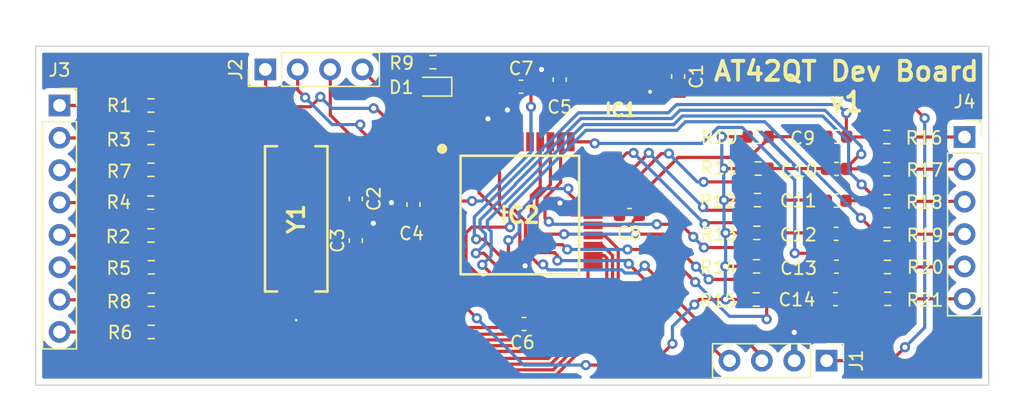
<source format=kicad_pcb>
(kicad_pcb (version 20211014) (generator pcbnew)
  (layers (0 "F.Cu" signal) (31 "B.Cu" power) (34 "B.Paste" user) (35 "F.Paste" user) (36 "B.SilkS" user "B.Silkscreen") (37 "F.SilkS" user "F.Silkscreen") (38 "B.Mask" user) (39 "F.Mask" user) (44 "Edge.Cuts" user))
  (net 0 "")
  (net 1 "+5VD")
  (net 2 "GND")
  (net 3 "Net-(C2-Pad1)")
  (net 4 "Net-(C3-Pad1)")
  (net 5 "+5V")
  (net 6 "/Y0B")
  (net 7 "/Y0A")
  (net 8 "/Y1B")
  (net 9 "/Y1A")
  (net 10 "/Y2B")
  (net 11 "/Y2A")
  (net 12 "/Y3B")
  (net 13 "/Y3A")
  (net 14 "/Y4B")
  (net 15 "/Y4A")
  (net 16 "/Y5B")
  (net 17 "/Y5A")
  (net 18 "/~{STATUS}")
  (net 19 "Net-(D1-Pad2)")
  (net 21 "/COPI")
  (net 22 "/CIPO")
  (net 23 "/SCK")
  (net 25 "/SMP")
  (net 26 "/rX0")
  (net 27 "/rX1")
  (net 28 "/rX2")
  (net 29 "/rX3")
  (net 30 "/rX4")
  (net 31 "/rX5")
  (net 32 "/rX6")
  (net 33 "/rX7")
  (net 34 "/~{DRDY}")
  (net 35 "/SCOPE_SYNC")
  (net 36 "/~{CS}")
  (net 37 "/X0")
  (net 38 "/X1")
  (net 39 "/X2")
  (net 40 "/X3")
  (net 41 "/X4")
  (net 42 "/X5")
  (net 43 "/X6")
  (net 44 "/X7")
  (net 45 "/Y0")
  (net 46 "/Y1")
  (net 47 "/Y2")
  (net 48 "/Y3")
  (net 49 "/Y4")
  (net 50 "/Y5")
  (footprint "Resistor_SMD:R_0603_1608Metric" (layer "F.Cu") (at 163.375 101.875 180)
    (fp_text reference "R15")
    (fp_text value "470k")
  )
  (footprint "Resistor_SMD:R_0603_1608Metric" (layer "F.Cu") (at 138 83.25)
    (fp_text reference "R9")
    (fp_text value "165")
  )
  (footprint "Capacitor_SMD:C_0603_1608Metric" (layer "F.Cu") (at 147.95 84.625 90)
    (fp_text reference "C5")
    (fp_text value "1uF")
  )
  (footprint "Resistor_SMD:R_0603_1608Metric" (layer "F.Cu") (at 115.875 91.7 180)
    (fp_text reference "R7")
    (fp_text value "1k")
  )
  (footprint "Resistor_SMD:R_0603_1608Metric" (layer "F.Cu") (at 115.9 101.9 180)
    (fp_text reference "R8")
    (fp_text value "1k")
  )
  (footprint "Resistor_SMD:R_0603_1608Metric" (layer "F.Cu") (at 163.425 96.65 180)
    (fp_text reference "R13")
    (fp_text value "470k")
  )
  (footprint "Capacitor_SMD:C_0603_1608Metric" (layer "F.Cu") (at 169.675 91.625)
    (fp_text reference "C10")
    (fp_text value "4.7nF")
  )
  (footprint "LED_SMD:LED_0603_1608Metric" (layer "F.Cu") (at 138 85.175 180)
    (fp_text reference "D1")
    (fp_text value "LED")
  )
  (footprint "Resistor_SMD:R_0603_1608Metric" (layer "F.Cu") (at 163.4 99.275 180)
    (fp_text reference "R14")
    (fp_text value "470k")
  )
  (footprint "Resistor_SMD:R_0603_1608Metric" (layer "F.Cu") (at 173.625 91.65)
    (fp_text reference "R17")
    (fp_text value "1k")
  )
  (footprint "Capacitor_SMD:C_0603_1608Metric" (layer "F.Cu") (at 131.95 97.25 90)
    (fp_text reference "C3")
    (fp_text value "15pF")
  )
  (footprint "Capacitor_SMD:C_0603_1608Metric" (layer "F.Cu") (at 153.425 95.25 180)
    (fp_text reference "C8")
    (fp_text value "0.1uF")
  )
  (footprint "Resistor_SMD:R_0603_1608Metric" (layer "F.Cu") (at 163.475 94.075 180)
    (fp_text reference "R12")
    (fp_text value "470k")
  )
  (footprint "Resistor_SMD:R_0603_1608Metric" (layer "F.Cu") (at 115.875 96.85 180)
    (fp_text reference "R2")
    (fp_text value "1k")
  )
  (footprint "Capacitor_SMD:C_0603_1608Metric" (layer "F.Cu") (at 169.7 89.1)
    (fp_text reference "C9")
    (fp_text value "4.7nF")
  )
  (footprint "Capacitor_SMD:C_0603_1608Metric" (layer "F.Cu") (at 169.65 96.725)
    (fp_text reference "C12")
    (fp_text value "4.7nF")
  )
  (footprint "Resistor_SMD:R_0603_1608Metric" (layer "F.Cu") (at 115.9 99.35 180)
    (fp_text reference "R5")
    (fp_text value "1k")
  )
  (footprint "Capacitor_SMD:C_0603_1608Metric" (layer "F.Cu") (at 157.25 84.375 -90)
    (fp_text reference "C1")
    (fp_text value "0.1uF")
  )
  (footprint "Capacitor_SMD:C_0603_1608Metric" (layer "F.Cu") (at 144.925 85.175)
    (fp_text reference "C7")
    (fp_text value "0.1uF")
  )
  (footprint "Capacitor_SMD:C_0603_1608Metric" (layer "F.Cu") (at 136.475 94.425 -90)
    (fp_text reference "C4")
    (fp_text value "0.1uF")
  )
  (footprint "Resistor_SMD:R_0603_1608Metric" (layer "F.Cu") (at 173.7 101.825)
    (fp_text reference "R21")
    (fp_text value "1k")
  )
  (footprint "Resistor_SMD:R_0603_1608Metric" (layer "F.Cu") (at 173.65 96.75)
    (fp_text reference "R19")
    (fp_text value "1k")
  )
  (footprint "Connector_PinSocket_2.54mm:PinSocket_1x08_P2.54mm_Vertical" (layer "F.Cu") (at 108.7 86.645)
    (fp_text reference "J3")
    (fp_text value "Conn_01x08")
  )
  (footprint "Resistor_SMD:R_0603_1608Metric" (layer "F.Cu") (at 173.625 89.125)
    (fp_text reference "R16")
    (fp_text value "1k")
  )
  (footprint "Capacitor_SMD:C_0603_1608Metric" (layer "F.Cu") (at 145.15 103.8)
    (fp_text reference "C6")
    (fp_text value "0.1uF")
  )
  (footprint "ASMR_footprints:TCR2EF50LMCT" (layer "F.Cu") (at 152.6 84.625 90)
    (fp_text reference "IC1")
    (fp_text value "TCR2EF50,LM_CT" hide)
  )
  (footprint "Resistor_SMD:R_0603_1608Metric" (layer "F.Cu") (at 115.875 89.2 180)
    (fp_text reference "R3")
    (fp_text value "1k")
  )
  (footprint "Resistor_SMD:R_0603_1608Metric" (layer "F.Cu") (at 115.875 86.65 180)
    (fp_text reference "R1")
    (fp_text value "1k")
  )
  (footprint "Resistor_SMD:R_0603_1608Metric" (layer "F.Cu") (at 163.525 89.1 180)
    (fp_text reference "R10")
    (fp_text value "470k")
  )
  (footprint "Capacitor_SMD:C_0603_1608Metric" (layer "F.Cu") (at 169.675 99.3)
    (fp_text reference "C13")
    (fp_text value "4.7nF")
  )
  (footprint "Connector_PinSocket_2.54mm:PinSocket_1x06_P2.54mm_Vertical" (layer "F.Cu") (at 179.725 89.125)
    (fp_text reference "J4")
    (fp_text value "Conn_01x06")
  )
  (footprint "Connector_PinHeader_2.54mm:PinHeader_1x04_P2.54mm_Vertical" (layer "F.Cu") (at 168.9 106.68 -90)
    (fp_text reference "J1")
    (fp_text value "Conn_01x04")
  )
  (footprint "Connector_PinHeader_2.54mm:PinHeader_1x04_P2.54mm_Vertical" (layer "F.Cu") (at 124.85 83.82 90)
    (fp_text reference "J2")
    (fp_text value "Conn_01x04")
  )
  (footprint "Resistor_SMD:R_0603_1608Metric" (layer "F.Cu") (at 173.675 99.325)
    (fp_text reference "R20")
    (fp_text value "1k")
  )
  (footprint "Resistor_SMD:R_0603_1608Metric" (layer "F.Cu") (at 115.9 104.425 180)
    (fp_text reference "R6")
    (fp_text value "1k")
  )
  (footprint "Capacitor_SMD:C_0603_1608Metric" (layer "F.Cu") (at 169.6 101.85)
    (fp_text reference "C14")
    (fp_text value "4.7nF")
  )
  (footprint "Capacitor_SMD:C_0603_1608Metric" (layer "F.Cu") (at 131.95 93.975 -90)
    (fp_text reference "C2")
    (fp_text value "15pF")
  )
  (footprint "ASMR_footprints:WE_XTAL_830011263_16MHZ" (layer "F.Cu") (at 127.275 95.55 90)
    (fp_text reference "Y1")
    (fp_text value "WE_XTAL_830011263_16MHZ" hide)
  )
  (footprint "Capacitor_SMD:C_0603_1608Metric" (layer "F.Cu") (at 169.65 94.125)
    (fp_text reference "C11")
    (fp_text value "4.7nF")
  )
  (footprint "Resistor_SMD:R_0603_1608Metric" (layer "F.Cu") (at 163.525 91.6 180)
    (fp_text reference "R11")
    (fp_text value "470k")
  )
  (footprint "Resistor_SMD:R_0603_1608Metric" (layer "F.Cu") (at 173.65 94.175)
    (fp_text reference "R18")
    (fp_text value "1k")
  )
  (footprint "ASMR_footprints:QFP80P1200X1200X120-44N" (layer "F.Cu") (at 144.825 95.25)
    (fp_text reference "IC2")
    (fp_text value "AT42QT1481-ANR" hide)
  )
  (footprint "Resistor_SMD:R_0603_1608Metric" (layer "F.Cu") (at 115.85 94.275 180)
    (fp_text reference "R4")
    (fp_text value "1k")
  )
  (gr_rect (start 106.825 82) (end 181.625 108.6) (layer "Edge.Cuts") (width 0.1) (fill none))
  (gr_text "AT42QT Dev Board\nv1" (at 170.45 85.175) (layer "F.SilkS") (effects (font (size 1.5 1.5) (thickness 0.3))))
  (segment (start 154.14952 85.92452) (end 157.727618 85.92452) (width 0.25) (layer "F.Cu") (net 1))
  (segment (start 172.5 83.55) (end 157.25 83.55) (width 0.25) (layer "F.Cu") (net 1))
  (segment (start 158.05 84.425) (end 157.225 83.6) (width 0.25) (layer "F.Cu") (net 1))
  (segment (start 153.8 85.575) (end 154.14952 85.92452) (width 0.25) (layer "F.Cu") (net 1))
  (segment (start 158.05 85.602138) (end 158.05 84.425) (width 0.25) (layer "F.Cu") (net 1))
  (segment (start 168.9 106.68) (end 173.995 106.68) (width 0.25) (layer "F.Cu") (net 1))
  (segment (start 157.25 83.6) (end 153.875 83.6) (width 0.25) (layer "F.Cu") (net 1))
  (segment (start 173.995 106.68) (end 175.05 105.625) (width 0.25) (layer "F.Cu") (net 1))
  (segment (start 176.6 87.65) (end 172.5 83.55) (width 0.25) (layer "F.Cu") (net 1))
  (segment (start 157.727618 85.92452) (end 158.05 85.602138) (width 0.25) (layer "F.Cu") (net 1))
  (via (at 175.05 105.625) (size 0.8) (drill 0.4) (layers "F.Cu" "B.Cu") (net 1))
  (via (at 176.6 87.65) (size 0.8) (drill 0.4) (layers "F.Cu" "B.Cu") (net 1))
  (segment (start 175.05 105.625) (end 176.6 104.075) (width 0.25) (layer "B.Cu") (net 1))
  (segment (start 176.6 104.075) (end 176.6 87.65) (width 0.25) (layer "B.Cu") (net 1))
  (segment (start 132.725 96.475) (end 132.75 96.475) (width 0.25) (layer "F.Cu") (net 2))
  (segment (start 153.8 84.625) (end 156.775 84.625) (width 0.25) (layer "F.Cu") (net 2))
  (segment (start 132.175 94.75) (end 133.325 95.9) (width 0.25) (layer "F.Cu") (net 2))
  (segment (start 150.575 95.25) (end 148.925 95.25) (width 0.25) (layer "F.Cu") (net 2))
  (segment (start 131.95 96.475) (end 132.725 96.475) (width 0.25) (layer "F.Cu") (net 2))
  (segment (start 148.75 84.625) (end 147.975 83.85) (width 0.25) (layer "F.Cu") (net 2))
  (segment (start 152.65 95.25) (end 150.525 95.25) (width 0.25) (layer "F.Cu") (net 2))
  (segment (start 144.825 87.975) (end 143.85 87) (width 0.25) (layer "F.Cu") (net 2))
  (segment (start 148.925 95.25) (end 147.975 94.3) (width 0.25) (layer "F.Cu") (net 2))
  (segment (start 145.625 101) (end 145.625 99.625) (width 0.25) (layer "F.Cu") (net 2))
  (segment (start 153.8 84.625) (end 148.75 84.625) (width 0.25) (layer "F.Cu") (net 2))
  (segment (start 131.95 94.75) (end 132.175 94.75) (width 0.25) (layer "F.Cu") (net 2))
  (segment (start 156.775 84.625) (end 157.275 85.125) (width 0.25) (layer "F.Cu") (net 2))
  (segment (start 142.425 89.5) (end 142.425 87.8) (width 0.25) (layer "F.Cu") (net 2))
  (segment (start 132.75 96.475) (end 133.325 95.9) (width 0.25) (layer "F.Cu") (net 2))
  (segment (start 144.825 89.5) (end 144.825 87.975) (width 0.25) (layer "F.Cu") (net 2))
  (segment (start 136.475 95.2) (end 138.925 95.2) (width 0.25) (layer "F.Cu") (net 2))
  (segment (start 136.475 95.2) (end 135.675 95.2) (width 0.25) (layer "F.Cu") (net 2))
  (segment (start 145.625 99.625) (end 145.2375 99.2375) (width 0.25) (layer "F.Cu") (net 2))
  (segment (start 146.525 83.825) (end 147.875 83.825) (width 0.25) (layer "F.Cu") (net 2))
  (segment (start 135.675 95.2) (end 134.75 94.275) (width 0.25) (layer "F.Cu") (net 2))
  (segment (start 166.36 106.68) (end 166.36 104.46) (width 0.25) (layer "F.Cu") (net 2))
  (segment (start 145.6 103.475) (end 145.6 100.975) (width 0.25) (layer "F.Cu") (net 2))
  (segment (start 145.925 103.8) (end 145.6 103.475) (width 0.25) (layer "F.Cu") (net 2))
  (segment (start 142.425 87.8) (end 142.325 87.7) (width 0.25) (layer "F.Cu") (net 2))
  (segment (start 144.15 85.175) (end 145.5 83.825) (width 0.25) (layer "F.Cu") (net 2))
  (segment (start 145.5 83.825) (end 146.525 83.825) (width 0.25) (layer "F.Cu") (net 2))
  (via (at 146.525 83.825) (size 0.8) (drill 0.4) (layers "F.Cu" "B.Cu") (net 2))
  (via (at 166.36 104.46) (size 0.8) (drill 0.4) (layers "F.Cu" "B.Cu") (net 2))
  (via (at 143.85 87) (size 0.8) (drill 0.4) (layers "F.Cu" "B.Cu") (net 2))
  (via (at 134.75 94.275) (size 0.8) (drill 0.4) (layers "F.Cu" "B.Cu") (net 2))
  (via (at 145.2375 99.2375) (size 0.8) (drill 0.4) (layers "F.Cu" "B.Cu") (net 2))
  (via (at 142.325 87.7) (size 0.8) (drill 0.4) (layers "F.Cu" "B.Cu") (net 2))
  (via (at 147.975 94.3) (size 0.8) (drill 0.4) (layers "F.Cu" "B.Cu") (net 2))
  (via (at 133.325 95.9) (size 0.8) (drill 0.4) (layers "F.Cu" "B.Cu") (net 2))
  (segment (start 127.275 90.8) (end 129.575 90.8) (width 0.25) (layer "F.Cu") (net 3))
  (segment (start 129.575 90.8) (end 131.9 93.125) (width 0.25) (layer "F.Cu") (net 3))
  (segment (start 131.95 93.2) (end 134.825 96.075) (width 0.25) (layer "F.Cu") (net 3))
  (segment (start 134.825 96.075) (end 138.95 96.075) (width 0.25) (layer "F.Cu") (net 3))
  (segment (start 133.025 96.9) (end 139.1 96.9) (width 0.25) (layer "F.Cu") (net 4))
  (segment (start 127.275 100.3) (end 129.625 100.3) (width 0.25) (layer "F.Cu") (net 4))
  (segment (start 131.95 97.975) (end 133.025 96.9) (width 0.25) (layer "F.Cu") (net 4))
  (segment (start 129.625 100.3) (end 131.95 97.975) (width 0.25) (layer "F.Cu") (net 4))
  (segment (start 154.2 95.25) (end 153.40048 96.04952) (width 0.25) (layer "F.Cu") (net 5))
  (segment (start 136.475 93.65) (end 139.125 93.65) (width 0.25) (layer "F.Cu") (net 5))
  (segment (start 147.95 85.4) (end 151.2 85.4) (width 0.25) (layer "F.Cu") (net 5))
  (segment (start 144.9 100.025) (end 144.9 100.775) (width 0.25) (layer "F.Cu") (net 5))
  (segment (start 139.974022 94.45) (end 139.125 94.45) (width 0.25) (layer "F.Cu") (net 5))
  (segment (start 138.075 99.25) (end 138.000489 99.175489) (width 0.25) (layer "F.Cu") (net 5))
  (segment (start 145.7 85.175) (end 145.7 86.75) (width 0.25) (layer "F.Cu") (net 5))
  (segment (start 144.90048 85.97452) (end 143.32452 85.97452) (width 0.25) (layer "F.Cu") (net 5))
  (segment (start 139.075 99.25) (end 138.075 99.25) (width 0.25) (layer "F.Cu") (net 5))
  (segment (start 137.95 94.5) (end 138.925 94.5) (width 0.25) (layer "F.Cu") (net 5))
  (segment (start 139.925 94.15) (end 139.475 93.7) (width 0.25) (layer "F.Cu") (net 5))
  (segment (start 138.000489 99.175489) (end 138.000489 97.825489) (width 0.25) (layer "F.Cu") (net 5))
  (segment (start 144.375 103.8) (end 143.8 103.8) (width 0.25) (layer "F.Cu") (net 5))
  (segment (start 140.6 83.25) (end 138.9 83.25) (width 0.25) (layer "F.Cu") (net 5))
  (segment (start 143.8 103.8) (end 143.525489 104.074511) (width 0.25) (layer "F.Cu") (net 5))
  (segment (start 145.7 85.175) (end 144.90048 85.97452) (width 0.25) (layer "F.Cu") (net 5))
  (segment (start 138.175978 97.65) (end 140.075 97.65) (width 0.25) (layer "F.Cu") (net 5))
  (segment (start 143.525489 104.074511) (end 140.299511 104.074511) (width 0.25) (layer "F.Cu") (net 5))
  (segment (start 138.000489 97.825489) (end 138.175978 97.65) (width 0.25) (layer "F.Cu") (net 5))
  (segment (start 140.149511 97.575489) (end 140.149511 94.625489) (width 0.25) (layer "F.Cu") (net 5))
  (segment (start 140.299511 104.074511) (end 139.075 102.85) (width 0.25) (layer "F.Cu") (net 5))
  (segment (start 141.075 94.15) (end 139.925 94.15) (width 0.25) (layer "F.Cu") (net 5))
  (segment (start 145.7 85.175) (end 147.7 85.175) (width 0.25) (layer "F.Cu") (net 5))
  (segment (start 154.2 95.25) (end 153.4 94.45) (width 0.25) (layer "F.Cu") (net 5))
  (segment (start 153.4 94.45) (end 150.525 94.45) (width 0.25) (layer "F.Cu") (net 5))
  (segment (start 140.149511 94.625489) (end 139.974022 94.45) (width 0.25) (layer "F.Cu") (net 5))
  (segment (start 144.8 103.375) (end 144.8 100.825) (width 0.25) (layer "F.Cu") (net 5))
  (segment (start 150.575 94.45) (end 149.575 94.45) (width 0.25) (layer "F.Cu") (net 5))
  (segment (start 143.925 99.05) (end 144.9 100.025) (width 0.25) (layer "F.Cu") (net 5))
  (segment (start 148.625 93.5) (end 148.625 93.175) (width 0.25) (layer "F.Cu") (net 5))
  (segment (start 153.40048 96.04952) (end 150.59952 96.04952) (width 0.25) (layer "F.Cu") (net 5))
  (segment (start 149.575 94.45) (end 148.625 93.5) (width 0.25) (layer "F.Cu") (net 5))
  (segment (start 140.6 83.25) (end 143.32452 85.97452) (width 0.25) (layer "F.Cu") (net 5))
  (segment (start 140.075 97.65) (end 140.149511 97.575489) (width 0.25) (layer "F.Cu") (net 5))
  (segment (start 137.1 93.65) (end 137.95 94.5) (width 0.25) (layer "F.Cu") (net 5))
  (segment (start 145.7 86.75) (end 145.7 89.575) (width 0.25) (layer "F.Cu") (net 5))
  (segment (start 139.075 94.45) (end 139.075 93.725) (width 0.25) (layer "F.Cu") (net 5))
  (segment (start 139.075 102.85) (end 139.075 99.3) (width 0.25) (layer "F.Cu") (net 5))
  (segment (start 144.375 103.8) (end 144.8 103.375) (width 0.25) (layer "F.Cu") (net 5))
  (segment (start 143.925 97.225) (end 143.925 99.05) (width 0.25) (layer "F.Cu") (net 5))
  (via (at 148.625 93.175) (size 0.8) (drill 0.4) (layers "F.Cu" "B.Cu") (net 5))
  (via (at 141.075 94.15) (size 0.8) (drill 0.4) (layers "F.Cu" "B.Cu") (net 5))
  (via (at 145.7 86.75) (size 0.8) (drill 0.4) (layers "F.Cu" "B.Cu") (net 5))
  (via (at 143.925 97.225) (size 0.8) (drill 0.4) (layers "F.Cu" "B.Cu") (net 5))
  (segment (start 146.625 93.175) (end 148.625 93.175) (width 0.25) (layer "B.Cu") (net 5))
  (segment (start 144.774511 96.575489) (end 144.774511 95.025489) (width 0.25) (layer "B.Cu") (net 5))
  (segment (start 144.774511 95.025489) (end 146.625 93.175) (width 0.25) (layer "B.Cu") (net 5))
  (segment (start 143.925 97.225) (end 144.125 97.225) (width 0.25) (layer "B.Cu") (net 5))
  (segment (start 141.864283 94.15) (end 141.075 94.15) (width 0.25) (layer "B.Cu") (net 5))
  (segment (start 144.125 97.225) (end 144.774511 96.575489) (width 0.25) (layer "B.Cu") (net 5))
  (segment (start 145.7 90.314283) (end 141.864283 94.15) (width 0.25) (layer "B.Cu") (net 5))
  (segment (start 145.7 86.75) (end 145.7 90.314283) (width 0.25) (layer "B.Cu") (net 5))
  (segment (start 154.324614 93.65) (end 157.249511 90.725103) (width 0.25) (layer "F.Cu") (net 6))
  (segment (start 164.35 89.1) (end 168.925 89.1) (width 0.25) (layer "F.Cu") (net 6))
  (segment (start 150.575 93.65) (end 154.324614 93.65) (width 0.25) (layer "F.Cu") (net 6))
  (segment (start 157.249511 90.725103) (end 162.849897 90.725103) (width 0.25) (layer "F.Cu") (net 6))
  (segment (start 162.849897 90.725103) (end 164.4 89.175) (width 0.25) (layer "F.Cu") (net 6))
  (segment (start 143.47548 98.65048) (end 143.47548 99.236198) (width 0.25) (layer "F.Cu") (net 7))
  (segment (start 144.025 99.785718) (end 144.025 100.625) (width 0.25) (layer "F.Cu") (net 7))
  (segment (start 172.8 89.125) (end 170.425 89.125) (width 0.25) (layer "F.Cu") (net 7))
  (segment (start 143.47548 99.236198) (end 144.025 99.785718) (width 0.25) (layer "F.Cu") (net 7))
  (segment (start 170.45 89.05) (end 170.5 89.1) (width 0.25) (layer "F.Cu") (net 7))
  (segment (start 141.4 97.15) (end 141.975 97.15) (width 0.25) (layer "F.Cu") (net 7))
  (segment (start 141.975 97.15) (end 143.47548 98.65048) (width 0.25) (layer "F.Cu") (net 7))
  (segment (start 170.45 87.25) (end 170.45 89.05) (width 0.25) (layer "F.Cu") (net 7))
  (via (at 141.4 97.15) (size 0.8) (drill 0.4) (layers "F.Cu" "B.Cu") (net 7))
  (via (at 170.45 87.25) (size 0.8) (drill 0.4) (layers "F.Cu" "B.Cu") (net 7))
  (segment (start 141.250969 95.399031) (end 149.424521 87.22548) (width 0.25) (layer "B.Cu") (net 7))
  (segment (start 149.424521 87.22548) (end 156.475 87.22548) (width 0.25) (layer "B.Cu") (net 7))
  (segment (start 169.77741 86.57741) (end 170.45 87.25) (width 0.25) (layer "B.Cu") (net 7))
  (segment (start 141.250969 95.399031) (end 141.250969 97.000969) (width 0.25) (layer "B.Cu") (net 7))
  (segment (start 157.12307 86.57741) (end 169.77741 86.57741) (width 0.25) (layer "B.Cu") (net 7))
  (segment (start 156.475 87.22548) (end 157.12307 86.57741) (width 0.25) (layer "B.Cu") (net 7))
  (segment (start 141.250969 97.000969) (end 141.4 97.15) (width 0.25) (layer "B.Cu") (net 7))
  (segment (start 163.55 92.65) (end 164.475 91.725) (width 0.25) (layer "F.Cu") (net 8))
  (segment (start 164.35 91.6) (end 168.85 91.6) (width 0.25) (layer "F.Cu") (net 8))
  (segment (start 159.25 92.65) (end 163.55 92.65) (width 0.25) (layer "F.Cu") (net 8))
  (segment (start 153.499614 92.85) (end 155.924614 90.425) (width 0.25) (layer "F.Cu") (net 8))
  (segment (start 155.924614 90.425) (end 156.525 90.425) (width 0.25) (layer "F.Cu") (net 8))
  (segment (start 150.575 92.85) (end 153.499614 92.85) (width 0.25) (layer "F.Cu") (net 8))
  (via (at 156.525 90.425) (size 0.8) (drill 0.4) (layers "F.Cu" "B.Cu") (net 8))
  (via (at 159.25 92.65) (size 0.8) (drill 0.4) (layers "F.Cu" "B.Cu") (net 8))
  (segment (start 158.75 92.65) (end 159.25 92.65) (width 0.25) (layer "B.Cu") (net 8))
  (segment (start 156.525 90.425) (end 158.75 92.65) (width 0.25) (layer "B.Cu") (net 8))
  (segment (start 143.225 100.250489) (end 143.225 100.85) (width 0.25) (layer "F.Cu") (net 9))
  (segment (start 141.375 98.25) (end 141.999614 98.25) (width 0.25) (layer "F.Cu") (net 9))
  (segment (start 171.625 90.475) (end 171.525 90.475) (width 0.25) (layer "F.Cu") (net 9))
  (segment (start 141.999614 98.25) (end 142.9 99.150386) (width 0.25) (layer "F.Cu") (net 9))
  (segment (start 171.525 90.475) (end 170.45 91.55) (width 0.25) (layer "F.Cu") (net 9))
  (segment (start 170.45 91.625) (end 172.775 91.625) (width 0.25) (layer "F.Cu") (net 9))
  (segment (start 142.9 99.150386) (end 142.9 99.925489) (width 0.25) (layer "F.Cu") (net 9))
  (segment (start 142.9 99.925489) (end 143.225 100.250489) (width 0.25) (layer "F.Cu") (net 9))
  (via (at 171.625 90.475) (size 0.8) (drill 0.4) (layers "F.Cu" "B.Cu") (net 9))
  (via (at 141.375 98.25) (size 0.8) (drill 0.4) (layers "F.Cu" "B.Cu") (net 9))
  (segment (start 144.464282 92.821436) (end 149.610718 87.675) (width 0.25) (layer "B.Cu") (net 9))
  (segment (start 156.739282 87.675) (end 157.387354 87.026929) (width 0.25) (layer "B.Cu") (net 9))
  (segment (start 141.700489 96.300489) (end 142.124511 96.724511) (width 0.25) (layer "B.Cu") (net 9))
  (segment (start 171.625 89.875) (end 171.625 90.475) (width 0.25) (layer "B.Cu") (net 9))
  (segment (start 142.124511 97.500489) (end 141.375 98.25) (width 0.25) (layer "B.Cu") (net 9))
  (segment (start 168.776929 87.026929) (end 171.625 89.875) (width 0.25) (layer "B.Cu") (net 9))
  (segment (start 141.700489 95.638793) (end 144.464282 92.875) (width 0.25) (layer "B.Cu") (net 9))
  (segment (start 142.124511 96.724511) (end 142.124511 97.500489) (width 0.25) (layer "B.Cu") (net 9))
  (segment (start 149.610718 87.675) (end 156.739282 87.675) (width 0.25) (layer "B.Cu") (net 9))
  (segment (start 157.387354 87.026929) (end 168.776929 87.026929) (width 0.25) (layer "B.Cu") (net 9))
  (segment (start 144.464282 92.875) (end 144.464282 92.821436) (width 0.25) (layer "B.Cu") (net 9))
  (segment (start 141.700489 95.638793) (end 141.700489 96.300489) (width 0.25) (layer "B.Cu") (net 9))
  (segment (start 163.50048 94.87452) (end 164.35 94.025) (width 0.25) (layer "F.Cu") (net 10))
  (segment (start 159.44952 94.87452) (end 163.50048 94.87452) (width 0.25) (layer "F.Cu") (net 10))
  (segment (start 159.2 94.625) (end 159.44952 94.87452) (width 0.25) (layer "F.Cu") (net 10))
  (segment (start 150.575 92.05) (end 153.275 92.05) (width 0.25) (layer "F.Cu") (net 10))
  (segment (start 164.3 94.075) (end 168.875 94.075) (width 0.25) (layer "F.Cu") (net 10))
  (segment (start 153.275 92.05) (end 154.95 90.375) (width 0.25) (layer "F.Cu") (net 10))
  (via (at 154.95 90.375) (size 0.8) (drill 0.4) (layers "F.Cu" "B.Cu") (net 10))
  (via (at 159.2 94.625) (size 0.8) (drill 0.4) (layers "F.Cu" "B.Cu") (net 10))
  (segment (start 154.95 90.375) (end 159.2 94.625) (width 0.25) (layer "B.Cu") (net 10))
  (segment (start 171.65 92.85) (end 172.925 94.125) (width 0.25) (layer "F.Cu") (net 11))
  (segment (start 170.425 94.125) (end 172.825 94.125) (width 0.25) (layer "F.Cu") (net 11))
  (segment (start 172.925 94.125) (end 172.925 94.225) (width 0.25) (layer "F.Cu") (net 11))
  (segment (start 141.875 99.15) (end 142.425 99.7) (width 0.25) (layer "F.Cu") (net 11))
  (segment (start 142.425 99.7) (end 142.425 100.85) (width 0.25) (layer "F.Cu") (net 11))
  (via (at 141.875 99.15) (size 0.8) (drill 0.4) (layers "F.Cu" "B.Cu") (net 11))
  (via (at 171.65 92.85) (size 0.8) (drill 0.4) (layers "F.Cu" "B.Cu") (net 11))
  (segment (start 142.574031 96.538314) (end 142.574031 98.450969) (width 0.25) (layer "B.Cu") (net 11))
  (segment (start 149.82596 88.14904) (end 142.275 95.7) (width 0.25) (layer "B.Cu") (net 11))
  (segment (start 156.90096 88.14904) (end 149.82596 88.14904) (width 0.25) (layer "B.Cu") (net 11))
  (segment (start 142.275 95.7) (end 142.275 96.239282) (width 0.25) (layer "B.Cu") (net 11))
  (segment (start 168.590731 87.476449) (end 157.573551 87.476449) (width 0.25) (layer "B.Cu") (net 11))
  (segment (start 157.573551 87.476449) (end 156.90096 88.14904) (width 0.25) (layer "B.Cu") (net 11))
  (segment (start 170.625 89.510718) (end 170.625 91.825) (width 0.25) (layer "B.Cu") (net 11))
  (segment (start 142.275 96.239282) (end 142.574031 96.538314) (width 0.25) (layer "B.Cu") (net 11))
  (segment (start 142.574031 98.450969) (end 141.875 99.15) (width 0.25) (layer "B.Cu") (net 11))
  (segment (start 168.590731 87.476449) (end 170.625 89.510718) (width 0.25) (layer "B.Cu") (net 11))
  (segment (start 170.625 91.825) (end 171.65 92.85) (width 0.25) (layer "B.Cu") (net 11))
  (segment (start 163.57548 95.85048) (end 164.375 96.65) (width 0.25) (layer "F.Cu") (net 12))
  (segment (start 152.35 91.25) (end 153.225 90.375) (width 0.25) (layer "F.Cu") (net 12))
  (segment (start 150.575 91.25) (end 152.35 91.25) (width 0.25) (layer "F.Cu") (net 12))
  (segment (start 159.42452 95.85048) (end 163.57548 95.85048) (width 0.25) (layer "F.Cu") (net 12))
  (segment (start 153.225 90.375) (end 153.75 90.375) (width 0.25) (layer "F.Cu") (net 12))
  (segment (start 164.25 96.65) (end 168.825 96.65) (width 0.25) (layer "F.Cu") (net 12))
  (segment (start 159.325 95.95) (end 159.42452 95.85048) (width 0.25) (layer "F.Cu") (net 12))
  (via (at 153.75 90.375) (size 0.8) (drill 0.4) (layers "F.Cu" "B.Cu") (net 12))
  (via (at 159.325 95.95) (size 0.8) (drill 0.4) (layers "F.Cu" "B.Cu") (net 12))
  (segment (start 153.75 90.375) (end 159.325 95.95) (width 0.25) (layer "B.Cu") (net 12))
  (segment (start 170.425 96.725) (end 172.825 96.725) (width 0.25) (layer "F.Cu") (net 13))
  (segment (start 172.775 96.65) (end 172.775 96.75) (width 0.25) (layer "F.Cu") (net 13))
  (segment (start 141.675 100.075) (end 141.675 100.875) (width 0.25) (layer "F.Cu") (net 13))
  (segment (start 141.05 96.2) (end 140.599031 96.650969) (width 0.25) (layer "F.Cu") (net 13))
  (segment (start 140.599031 96.650969) (end 140.599031 98.999031) (width 0.25) (layer "F.Cu") (net 13))
  (segment (start 144.05 96.2) (end 141.05 96.2) (width 0.25) (layer "F.Cu") (net 13))
  (segment (start 171.6 95.475) (end 172.775 96.65) (width 0.25) (layer "F.Cu") (net 13))
  (segment (start 140.599031 98.999031) (end 141.675 100.075) (width 0.25) (layer "F.Cu") (net 13))
  (via (at 144.05 96.2) (size 0.8) (drill 0.4) (layers "F.Cu" "B.Cu") (net 13))
  (via (at 171.6 95.475) (size 0.8) (drill 0.4) (layers "F.Cu" "B.Cu") (net 13))
  (segment (start 157.822591 87.925969) (end 164.050969 87.925969) (width 0.25) (layer "B.Cu") (net 13))
  (segment (start 157.15 88.59856) (end 157.822591 87.925969) (width 0.25) (layer "B.Cu") (net 13))
  (segment (start 144.05 94.560718) (end 150.012158 88.59856) (width 0.25) (layer "B.Cu") (net 13))
  (segment (start 144.05 96.2) (end 144.05 94.560718) (width 0.25) (layer "B.Cu") (net 13))
  (segment (start 164.050969 87.925969) (end 171.6 95.475) (width 0.25) (layer "B.Cu") (net 13))
  (segment (start 150.012158 88.59856) (end 157.15 88.59856) (width 0.25) (layer "B.Cu") (net 13))
  (segment (start 146.798217 95.473217) (end 147.1 95.775) (width 0.25) (layer "F.Cu") (net 14))
  (segment (start 162.95 97.8) (end 164.3 99.15) (width 0.25) (layer "F.Cu") (net 14))
  (segment (start 148.025 92.696435) (end 146.798217 93.923218) (width 0.25) (layer "F.Cu") (net 14))
  (segment (start 155.575489 95.974511) (end 157.449511 95.974511) (width 0.25) (layer "F.Cu") (net 14))
  (segment (start 157.449511 95.974511) (end 158.4375 96.9625) (width 0.25) (layer "F.Cu") (net 14))
  (segment (start 164.225 99.275) (end 168.875 99.275) (width 0.25) (layer "F.Cu") (net 14))
  (segment (start 146.798217 93.923218) (end 146.798217 95.473217) (width 0.25) (layer "F.Cu") (net 14))
  (segment (start 159.275 97.8) (end 162.95 97.8) (width 0.25) (layer "F.Cu") (net 14))
  (segment (start 148.025 89.5) (end 148.025 92.696435) (width 0.25) (layer "F.Cu") (net 14))
  (via (at 159.275 97.8) (size 0.8) (drill 0.4) (layers "F.Cu" "B.Cu") (net 14))
  (via (at 155.575489 95.974511) (size 0.8) (drill 0.4) (layers "F.Cu" "B.Cu") (net 14))
  (via (at 158.4375 96.9625) (size 0.8) (drill 0.4) (layers "F.Cu" "B.Cu") (net 14))
  (via (at 147.1 95.775) (size 0.8) (drill 0.4) (layers "F.Cu" "B.Cu") (net 14))
  (segment (start 158.4375 96.9625) (end 159.275 97.8) (width 0.25) (layer "B.Cu") (net 14))
  (segment (start 147.1 95.775) (end 147.299511 95.974511) (width 0.25) (layer "B.Cu") (net 14))
  (segment (start 147.299511 95.974511) (end 155.575489 95.974511) (width 0.25) (layer "B.Cu") (net 14))
  (segment (start 148.825 89.5) (end 150.575 89.5) (width 0.25) (layer "F.Cu") (net 15))
  (segment (start 166.4 98.25) (end 169.525 98.25) (width 0.25) (layer "F.Cu") (net 15))
  (segment (start 150.575 89.5) (end 150.7 89.625) (width 0.25) (layer "F.Cu") (net 15))
  (segment (start 170.45 99.3) (end 172.9 99.3) (width 0.25) (layer "F.Cu") (net 15))
  (segment (start 169.525 98.25) (end 170.5 99.225) (width 0.25) (layer "F.Cu") (net 15))
  (via (at 150.7 89.625) (size 0.8) (drill 0.4) (layers "F.Cu" "B.Cu") (net 15))
  (via (at 166.4 98.25) (size 0.8) (drill 0.4) (layers "F.Cu" "B.Cu") (net 15))
  (segment (start 160.374897 88.375489) (end 162.275489 88.375489) (width 0.25) (layer "B.Cu") (net 15))
  (segment (start 166.4 92.5) (end 166.4 98.25) (width 0.25) (layer "B.Cu") (net 15))
  (segment (start 150.7 89.625) (end 159.125386 89.625) (width 0.25) (layer "B.Cu") (net 15))
  (segment (start 159.125386 89.625) (end 160.374897 88.375489) (width 0.25) (layer "B.Cu") (net 15))
  (segment (start 162.275489 88.375489) (end 166.4 92.5) (width 0.25) (layer "B.Cu") (net 15))
  (segment (start 145.72404 93.72596) (end 145.72404 96.62404) (width 0.25) (layer "F.Cu") (net 16))
  (segment (start 164.2 101.875) (end 168.85 101.875) (width 0.25) (layer "F.Cu") (net 16))
  (segment (start 156.025386 97.95) (end 158.587693 100.512307) (width 0.25) (layer "F.Cu") (net 16))
  (segment (start 153.275 97.95) (end 156.025386 97.95) (width 0.25) (layer "F.Cu") (net 16))
  (segment (start 146.675 97.575) (end 148.175 97.575) (width 0.25) (layer "F.Cu") (net 16))
  (segment (start 148.175 97.575) (end 148.55 97.95) (width 0.25) (layer "F.Cu") (net 16))
  (segment (start 145.72404 96.62404) (end 146.675 97.575) (width 0.25) (layer "F.Cu") (net 16))
  (segment (start 146.425 89.5) (end 146.425 93.025) (width 0.25) (layer "F.Cu") (net 16))
  (segment (start 146.425 93.025) (end 145.72404 93.72596) (width 0.25) (layer "F.Cu") (net 16))
  (segment (start 164.2 103.425) (end 164.2 101.875) (width 0.25) (layer "F.Cu") (net 16))
  (via (at 153.275 97.95) (size 0.8) (drill 0.4) (layers "F.Cu" "B.Cu") (net 16))
  (via (at 148.55 97.95) (size 0.8) (drill 0.4) (layers "F.Cu" "B.Cu") (net 16))
  (via (at 158.587693 100.512307) (size 0.8) (drill 0.4) (layers "F.Cu" "B.Cu") (net 16))
  (via (at 164.2 103.425) (size 0.8) (drill 0.4) (layers "F.Cu" "B.Cu") (net 16))
  (segment (start 158.587693 100.512307) (end 161.275386 103.2) (width 0.25) (layer "B.Cu") (net 16))
  (segment (start 163.975 103.2) (end 164.2 103.425) (width 0.25) (layer "B.Cu") (net 16))
  (segment (start 148.55 97.95) (end 153.275 97.95) (width 0.25) (layer "B.Cu") (net 16))
  (segment (start 161.275386 103.2) (end 163.975 103.2) (width 0.25) (layer "B.Cu") (net 16))
  (segment (start 159.65 100.3) (end 169.125 100.3) (width 0.25) (layer "F.Cu") (net 17))
  (segment (start 146.575 96.75) (end 148.3 96.75) (width 0.25) (layer "F.Cu") (net 17))
  (segment (start 147.225 92.860717) (end 146.17356 93.912157) (width 0.25) (layer "F.Cu") (net 17))
  (segment (start 146.17356 93.912157) (end 146.17356 96.34856) (width 0.25) (layer "F.Cu") (net 17))
  (segment (start 169.125 100.3) (end 170.575 101.75) (width 0.25) (layer "F.Cu") (net 17))
  (segment (start 170.375 101.85) (end 172.825 101.85) (width 0.25) (layer "F.Cu") (net 17))
  (segment (start 146.17356 96.34856) (end 146.575 96.75) (width 0.25) (layer "F.Cu") (net 17))
  (segment (start 156.1 96.75) (end 158.65 99.3) (width 0.25) (layer "F.Cu") (net 17))
  (segment (start 153.9 96.75) (end 156.1 96.75) (width 0.25) (layer "F.Cu") (net 17))
  (segment (start 147.225 89.5) (end 147.225 92.860717) (width 0.25) (layer "F.Cu") (net 17))
  (via (at 153.9 96.75) (size 0.8) (drill 0.4) (layers "F.Cu" "B.Cu") (net 17))
  (via (at 159.65 100.3) (size 0.8) (drill 0.4) (layers "F.Cu" "B.Cu") (net 17))
  (via (at 148.3 96.75) (size 0.8) (drill 0.4) (layers "F.Cu" "B.Cu") (net 17))
  (via (at 158.65 99.3) (size 0.8) (drill 0.4) (layers "F.Cu" "B.Cu") (net 17))
  (segment (start 148.3 96.75) (end 153.9 96.75) (width 0.25) (layer "B.Cu") (net 17))
  (segment (start 158.65 99.3) (end 159.65 100.3) (width 0.25) (layer "B.Cu") (net 17))
  (segment (start 142.725 86.925) (end 142.725 86.010718) (width 0.25) (layer "F.Cu") (net 18))
  (segment (start 144.025 89.5) (end 144.025 88.225) (width 0.25) (layer "F.Cu") (net 18))
  (segment (start 144.025 88.225) (end 142.725 86.925) (width 0.25) (layer "F.Cu") (net 18))
  (segment (start 141.889282 85.175) (end 138.7875 85.175) (width 0.25) (layer "F.Cu") (net 18))
  (segment (start 142.725 86.010718) (end 141.889282 85.175) (width 0.25) (layer "F.Cu") (net 18))
  (segment (start 137.175 83.25) (end 137.25 83.325) (width 0.25) (layer "F.Cu") (net 19))
  (segment (start 137.25 83.325) (end 137.25 85.175) (width 0.25) (layer "F.Cu") (net 19))
  (segment (start 133.535717 86.875) (end 133.35 86.875) (width 0.25) (layer "F.Cu") (net 21))
  (segment (start 124.875 85.475) (end 124.875 83.75) (width 0.25) (layer "F.Cu") (net 21))
  (segment (start 126.149511 86.749511) (end 128.400489 86.749511) (width 0.25) (layer "F.Cu") (net 21))
  (segment (start 128.400489 86.749511) (end 129.175 85.975) (width 0.25) (layer "F.Cu") (net 21))
  (segment (start 137.910718 91.25) (end 139.075 91.25) (width 0.25) (layer "F.Cu") (net 21))
  (segment (start 124.875 85.475) (end 126.149511 86.749511) (width 0.25) (layer "F.Cu") (net 21))
  (segment (start 133.535717 86.875) (end 137.910718 91.25) (width 0.25) (layer "F.Cu") (net 21))
  (via (at 129.175 85.975) (size 0.8) (drill 0.4) (layers "F.Cu" "B.Cu") (net 21))
  (via (at 133.35 86.875) (size 0.8) (drill 0.4) (layers "F.Cu" "B.Cu") (net 21))
  (segment (start 129.175 85.975) (end 130.075 86.875) (width 0.25) (layer "B.Cu") (net 21))
  (segment (start 130.075 86.875) (end 133.35 86.875) (width 0.25) (layer "B.Cu") (net 21))
  (segment (start 135.325 89.3) (end 133.075 89.3) (width 0.25) (layer "F.Cu") (net 22))
  (segment (start 135.325 89.3) (end 138.075 92.05) (width 0.25) (layer "F.Cu") (net 22))
  (segment (start 133.075 89.3) (end 132.3 88.525) (width 0.25) (layer "F.Cu") (net 22))
  (segment (start 139.075 92.05) (end 138.075 92.05) (width 0.25) (layer "F.Cu") (net 22))
  (segment (start 132.3 88.525) (end 132.3 88.15) (width 0.25) (layer "F.Cu") (net 22))
  (segment (start 127.39 85.44) (end 127.975 86.025) (width 0.25) (layer "F.Cu") (net 22))
  (segment (start 127.39 83.82) (end 127.39 85.44) (width 0.25) (layer "F.Cu") (net 22))
  (via (at 127.975 86.025) (size 0.8) (drill 0.4) (layers "F.Cu" "B.Cu") (net 22))
  (via (at 132.3 88.15) (size 0.8) (drill 0.4) (layers "F.Cu" "B.Cu") (net 22))
  (segment (start 130.1 88.15) (end 132.3 88.15) (width 0.25) (layer "B.Cu") (net 22))
  (segment (start 127.975 86.025) (end 130.1 88.15) (width 0.25) (layer "B.Cu") (net 22))
  (segment (start 135.325 90.1) (end 138.075 92.85) (width 0.25) (layer "F.Cu") (net 23))
  (segment (start 129.95 87.4) (end 129.95 83.9) (width 0.25) (layer "F.Cu") (net 23))
  (segment (start 139.075 92.85) (end 138.075 92.85) (width 0.25) (layer "F.Cu") (net 23))
  (segment (start 132.65 90.1) (end 129.95 87.4) (width 0.25) (layer "F.Cu") (net 23))
  (segment (start 132.65 90.1) (end 135.325 90.1) (width 0.25) (layer "F.Cu") (net 23))
  (segment (start 158.925 101.875) (end 158.525 102.275) (width 0.25) (layer "F.Cu") (net 25))
  (segment (start 162.6 96.65) (end 160.975 96.65) (width 0.25) (layer "F.Cu") (net 25))
  (segment (start 156.8 105.35) (end 155.125 107.025) (width 0.25) (layer "F.Cu") (net 25))
  (segment (start 162.7 89.1) (end 160.675 89.1) (width 0.25) (layer "F.Cu") (net 25))
  (segment (start 162.55 101.875) (end 160.975 101.875) (width 0.25) (layer "F.Cu") (net 25))
  (segment (start 162.575 99.275) (end 160.95 99.275) (width 0.25) (layer "F.Cu") (net 25))
  (segment (start 140.825 101) (end 140.825 102.725) (width 0.25) (layer "F.Cu") (net 25))
  (segment (start 162.65 94.075) (end 160.85 94.075) (width 0.25) (layer "F.Cu") (net 25))
  (segment (start 140.825 102.725) (end 141.45 103.35) (width 0.25) (layer "F.Cu") (net 25))
  (segment (start 155.125 107.025) (end 150 107.025) (width 0.25) (layer "F.Cu") (net 25))
  (segment (start 160.975 101.875) (end 158.925 101.875) (width 0.25) (layer "F.Cu") (net 25))
  (segment (start 162.7 91.6) (end 160.825 91.6) (width 0.25) (layer "F.Cu") (net 25))
  (via (at 160.975 96.65) (size 0.8) (drill 0.4) (layers "F.Cu" "B.Cu") (net 25))
  (via (at 150 107.025) (size 0.8) (drill 0.4) (layers "F.Cu" "B.Cu") (net 25))
  (via (at 160.675 89.1) (size 0.8) (drill 0.4) (layers "F.Cu" "B.Cu") (net 25))
  (via (at 160.85 94.075) (size 0.8) (drill 0.4) (layers "F.Cu" "B.Cu") (net 25))
  (via (at 160.95 99.275) (size 0.8) (drill 0.4) (layers "F.Cu" "B.Cu") (net 25))
  (via (at 141.45 103.35) (size 0.8) (drill 0.4) (layers "F.Cu" "B.Cu") (net 25))
  (via (at 156.8 105.35) (size 0.8) (drill 0.4) (layers "F.Cu" "B.Cu") (net 25))
  (via (at 158.525 102.275) (size 0.8) (drill 0.4) (layers "F.Cu" "B.Cu") (net 25))
  (via (at 160.825 91.6) (size 0.8) (drill 0.4) (layers "F.Cu" "B.Cu") (net 25))
  (via (at 160.975 101.875) (size 0.8) (drill 0.4) (layers "F.Cu" "B.Cu") (net 25))
  (segment (start 160.825 94.05) (end 160.85 94.075) (width 0.25) (layer "B.Cu") (net 25))
  (segment (start 160.975 99.25) (end 160.95 99.275) (width 0.25) (layer "B.Cu") (net 25))
  (segment (start 160.95 101.85) (end 160.975 101.875) (width 0.25) (layer "B.Cu") (net 25))
  (segment (start 158.525 102.275) (end 156.8 104) (width 0.25) (layer "B.Cu") (net 25))
  (segment (start 160.825 91.6) (end 160.825 94.05) (width 0.25) (layer "B.Cu") (net 25))
  (segment (start 160.675 89.1) (end 160.675 91.45) (width 0.25) (layer "B.Cu") (net 25))
  (segment (start 156.8 104) (end 156.8 105.35) (width 0.25) (layer "B.Cu") (net 25))
  (segment (start 160.85 94.075) (end 160.85 96.525) (width 0.25) (layer "B.Cu") (net 25))
  (segment (start 160.95 99.275) (end 160.95 101.85) (width 0.25) (layer "B.Cu") (net 25))
  (segment (start 150 107.025) (end 145.125 107.025) (width 0.25) (layer "B.Cu") (net 25))
  (segment (start 160.675 91.45) (end 160.825 91.6) (width 0.25) (layer "B.Cu") (net 25))
  (segment (start 145.125 107.025) (end 141.45 103.35) (width 0.25) (layer "B.Cu") (net 25))
  (segment (start 160.975 96.65) (end 160.975 99.25) (width 0.25) (layer "B.Cu") (net 25))
  (segment (start 160.85 96.525) (end 160.975 96.65) (width 0.25) (layer "B.Cu") (net 25))
  (segment (start 123.35 87.875) (end 122.125 86.65) (width 0.25) (layer "F.Cu") (net 26))
  (segment (start 124 104.6) (end 146.425 104.6) (width 0.25) (layer "F.Cu") (net 26))
  (segment (start 124 104.6) (end 123.35 103.95) (width 0.25) (layer "F.Cu") (net 26))
  (segment (start 122.125 86.65) (end 116.725 86.65) (width 0.25) (layer "F.Cu") (net 26))
  (segment (start 146.775 103.397862) (end 146.775 104.25) (width 0.25) (layer "F.Cu") (net 26))
  (segment (start 146.775 104.25) (end 146.425 104.6) (width 0.25) (layer "F.Cu") (net 26))
  (segment (start 146.425 101) (end 146.425 103.047862) (width 0.25) (layer "F.Cu") (net 26))
  (segment (start 123.35 103.95) (end 123.35 87.875) (width 0.25) (layer "F.Cu") (net 26))
  (segment (start 146.425 103.047862) (end 146.775 103.397862) (width 0.25) (layer "F.Cu") (net 26))
  (segment (start 116.7 89.2) (end 120.975 89.2) (width 0.25) (layer "F.Cu") (net 27))
  (segment (start 122.90048 91.12548) (end 122.90048 104.136198) (width 0.25) (layer "F.Cu") (net 27))
  (segment (start 123.813802 105.04952) (end 146.611198 105.04952) (width 0.25) (layer "F.Cu") (net 27))
  (segment (start 147.225 104.435718) (end 147.225 101.025) (width 0.25) (layer "F.Cu") (net 27))
  (segment (start 122.90048 104.136198) (end 123.813802 105.04952) (width 0.25) (layer "F.Cu") (net 27))
  (segment (start 120.975 89.2) (end 122.90048 91.12548) (width 0.25) (layer "F.Cu") (net 27))
  (segment (start 146.611198 105.04952) (end 147.225 104.435718) (width 0.25) (layer "F.Cu") (net 27))
  (segment (start 146.797395 105.49904) (end 123.627604 105.49904) (width 0.25) (layer "F.Cu") (net 28))
  (segment (start 122.45096 104.322395) (end 122.45096 93.025) (width 0.25) (layer "F.Cu") (net 28))
  (segment (start 122.45096 93.025) (end 121.12596 91.7) (width 0.25) (layer "F.Cu") (net 28))
  (segment (start 148.025 104.271436) (end 146.797395 105.49904) (width 0.25) (layer "F.Cu") (net 28))
  (segment (start 148.025 101) (end 148.025 104.271436) (width 0.25) (layer "F.Cu") (net 28))
  (segment (start 123.627604 105.49904) (end 122.45096 104.322395) (width 0.25) (layer "F.Cu") (net 28))
  (segment (start 121.12596 91.7) (end 116.7 91.7) (width 0.25) (layer "F.Cu") (net 28))
  (segment (start 146.983593 105.94856) (end 148.8 104.132153) (width 0.25) (layer "F.Cu") (net 29))
  (segment (start 122.00144 104.508594) (end 123.441406 105.94856) (width 0.25) (layer "F.Cu") (net 29))
  (segment (start 148.8 104.132153) (end 148.8 100.975) (width 0.25) (layer "F.Cu") (net 29))
  (segment (start 116.675 94.275) (end 120.625 94.275) (width 0.25) (layer "F.Cu") (net 29))
  (segment (start 122.00144 95.65144) (end 122.00144 104.508594) (width 0.25) (layer "F.Cu") (net 29))
  (segment (start 123.441406 105.94856) (end 146.983593 105.94856) (width 0.25) (layer "F.Cu") (net 29))
  (segment (start 120.625 94.275) (end 122.00144 95.65144) (width 0.25) (layer "F.Cu") (net 29))
  (segment (start 121.55192 101.70192) (end 121.55192 104.694792) (width 0.25) (layer "F.Cu") (net 30))
  (segment (start 150.175 103.392871) (end 150.175 99.4) (width 0.25) (layer "F.Cu") (net 30))
  (segment (start 147.067871 106.5) (end 150.175 103.392871) (width 0.25) (layer "F.Cu") (net 30))
  (segment (start 121.55192 104.694792) (end 123.357128 106.5) (width 0.25) (layer "F.Cu") (net 30))
  (segment (start 116.7 96.85) (end 121.55192 101.70192) (width 0.25) (layer "F.Cu") (net 30))
  (segment (start 123.357128 106.5) (end 147.067871 106.5) (width 0.25) (layer "F.Cu") (net 30))
  (segment (start 147.254069 106.94952) (end 151.649511 102.554078) (width 0.25) (layer "F.Cu") (net 31))
  (segment (start 151.649511 98.625489) (end 151.449022 98.425) (width 0.25) (layer "F.Cu") (net 31))
  (segment (start 151.449022 98.425) (end 150.525 98.425) (width 0.25) (layer "F.Cu") (net 31))
  (segment (start 116.725 99.35) (end 117.875 99.35) (width 0.25) (layer "F.Cu") (net 31))
  (segment (start 121.1024 104.88099) (end 123.17093 106.94952) (width 0.25) (layer "F.Cu") (net 31))
  (segment (start 121.1024 102.5774) (end 121.1024 104.88099) (width 0.25) (layer "F.Cu") (net 31))
  (segment (start 117.875 99.35) (end 121.1024 102.5774) (width 0.25) (layer "F.Cu") (net 31))
  (segment (start 151.649511 102.554078) (end 151.649511 98.625489) (width 0.25) (layer "F.Cu") (net 31))
  (segment (start 123.17093 106.94952) (end 147.254069 106.94952) (width 0.25) (layer "F.Cu") (net 31))
  (segment (start 151.324511 97.65) (end 150.6 97.65) (width 0.25) (layer "F.Cu") (net 32))
  (segment (start 152.099031 102.740275) (end 152.099031 98.42452) (width 0.25) (layer "F.Cu") (net 32))
  (segment (start 122.984733 107.39904) (end 147.440266 107.39904) (width 0.25) (layer "F.Cu") (net 32))
  (segment (start 116.725 101.9) (end 117.485692 101.9) (width 0.25) (layer "F.Cu") (net 32))
  (segment (start 147.440266 107.39904) (end 152.099031 102.740275) (width 0.25) (layer "F.Cu") (net 32))
  (segment (start 117.485692 101.9) (end 122.984733 107.39904) (width 0.25) (layer "F.Cu") (net 32))
  (segment (start 152.099031 98.42452) (end 151.324511 97.65) (width 0.25) (layer "F.Cu") (net 32))
  (segment (start 152.548551 97.924529) (end 151.524022 96.9) (width 0.25) (layer "F.Cu") (net 33))
  (segment (start 122.798536 107.84856) (end 147.626464 107.84856) (width 0.25) (layer "F.Cu") (net 33))
  (segment (start 116.725 104.425) (end 119.374974 104.425) (width 0.25) (layer "F.Cu") (net 33))
  (segment (start 151.524022 96.9) (end 150.275 96.9) (width 0.25) (layer "F.Cu") (net 33))
  (segment (start 152.548551 102.926473) (end 152.548551 97.924529) (width 0.25) (layer "F.Cu") (net 33))
  (segment (start 147.626464 107.84856) (end 152.548551 102.926473) (width 0.25) (layer "F.Cu") (net 33))
  (segment (start 119.374974 104.425) (end 122.798536 107.84856) (width 0.25) (layer "F.Cu") (net 33))
  (segment (start 160.875 106.575) (end 161.4 106.575) (width 0.25) (layer "F.Cu") (net 34))
  (segment (start 160.7 106.65) (end 161.25 106.65) (width 0.25) (layer "F.Cu") (net 34))
  (segment (start 143.225 94.464282) (end 143.560718 94.8) (width 0.25) (layer "F.Cu") (net 34))
  (segment (start 146.04952 98.2) (end 147.55 98.2) (width 0.25) (layer "F.Cu") (net 34))
  (segment (start 144.335717 94.8) (end 145.27452 95.738803) (width 0.25) (layer "F.Cu") (net 34))
  (segment (start 143.225 89.5) (end 143.225 94.464282) (width 0.25) (layer "F.Cu") (net 34))
  (segment (start 143.560718 94.8) (end 144.335717 94.8) (width 0.25) (layer "F.Cu") (net 34))
  (segment (start 147.775 98.425) (end 147.775 98.825) (width 0.25) (layer "F.Cu") (net 34))
  (segment (start 145.27452 95.738803) (end 145.27452 97.425) (width 0.25) (layer "F.Cu") (net 34))
  (segment (start 153.375 99.075) (end 160.875 106.575) (width 0.25) (layer "F.Cu") (net 34))
  (segment (start 145.27452 97.425) (end 146.04952 98.2) (width 0.25) (layer "F.Cu") (net 34))
  (segment (start 147.55 98.2) (end 147.775 98.425) (width 0.25) (layer "F.Cu") (net 34))
  (via (at 153.375 99.075) (size 0.8) (drill 0.4) (layers "F.Cu" "B.Cu") (net 34))
  (via (at 147.775 98.825) (size 0.8) (drill 0.4) (layers "F.Cu" "B.Cu") (net 34))
  (segment (start 153.125 98.825) (end 153.375 99.075) (width 0.25) (layer "B.Cu") (net 34))
  (segment (start 147.775 98.825) (end 153.125 98.825) (width 0.25) (layer "B.Cu") (net 34))
  (segment (start 154.625 99.225) (end 156.3 100.9) (width 0.25) (layer "F.Cu") (net 35))
  (segment (start 144.825 97.65) (end 144.825 95.925) (width 0.25) (layer "F.Cu") (net 35))
  (segment (start 144.825 95.925) (end 144.15 95.25) (width 0.25) (layer "F.Cu") (net 35))
  (segment (start 156.3 100.9) (end 156.3 101.074614) (width 0.25) (layer "F.Cu") (net 35))
  (segment (start 146.3 99.125) (end 144.825 97.65) (width 0.25) (layer "F.Cu") (net 35))
  (segment (start 156.3 101.074614) (end 159.425386 104.2) (width 0.25) (layer "F.Cu") (net 35))
  (segment (start 159.425386 104.2) (end 161.675 104.2) (width 0.25) (layer "F.Cu") (net 35))
  (segment (start 144.15 95.25) (end 143.375 95.25) (width 0.25) (layer "F.Cu") (net 35))
  (segment (start 141.625 93.5) (end 141.625 89.5) (width 0.25) (layer "F.Cu") (net 35))
  (segment (start 143.375 95.25) (end 141.625 93.5) (width 0.25) (layer "F.Cu") (net 35))
  (segment (start 161.675 104.2) (end 163.9 106.425) (width 0.25) (layer "F.Cu") (net 35))
  (segment (start 146.65 99.125) (end 146.3 99.125) (width 0.25) (layer "F.Cu") (net 35))
  (via (at 146.65 99.125) (size 0.8) (drill 0.4) (layers "F.Cu" "B.Cu") (net 35))
  (via (at 154.625 99.225) (size 0.8) (drill 0.4) (layers "F.Cu" "B.Cu") (net 35))
  (segment (start 154.050489 99.799511) (end 154.625 99.225) (width 0.25) (layer "B.Cu") (net 35))
  (segment (start 147.074511 99.549511) (end 152.824511 99.549511) (width 0.25) (layer "B.Cu") (net 35))
  (segment (start 152.824511 99.549511) (end 153.074511 99.799511) (width 0.25) (layer "B.Cu") (net 35))
  (segment (start 153.074511 99.799511) (end 154.050489 99.799511) (width 0.25) (layer "B.Cu") (net 35))
  (segment (start 146.65 99.125) (end 147.074511 99.549511) (width 0.25) (layer "B.Cu") (net 35))
  (segment (start 138.85 86.175) (end 134.75 86.175) (width 0.25) (layer "F.Cu") (net 36))
  (segment (start 140.825 89.5) (end 140.825 88.15) (width 0.25) (layer "F.Cu") (net 36))
  (segment (start 134.75 86.175) (end 132.5 83.925) (width 0.25) (layer "F.Cu") (net 36))
  (segment (start 140.825 88.15) (end 138.85 86.175) (width 0.25) (layer "F.Cu") (net 36))
  (segment (start 115.05 86.65) (end 108.725 86.65) (width 0.25) (layer "F.Cu") (net 37))
  (segment (start 108.9 89.2) (end 108.85 89.25) (width 0.25) (layer "F.Cu") (net 38))
  (segment (start 115.05 89.2) (end 108.9 89.2) (width 0.25) (layer "F.Cu") (net 38))
  (segment (start 115.05 91.7) (end 108.875 91.7) (width 0.25) (layer "F.Cu") (net 39))
  (segment (start 108.875 91.7) (end 108.85 91.675) (width 0.25) (layer "F.Cu") (net 39))
  (segment (start 115.025 94.275) (end 108.85 94.275) (width 0.25) (layer "F.Cu") (net 40))
  (segment (start 108.85 94.275) (end 108.825 94.25) (width 0.25) (layer "F.Cu") (net 40))
  (segment (start 115.05 96.85) (end 108.75 96.85) (width 0.25) (layer "F.Cu") (net 41))
  (segment (start 108.75 96.85) (end 108.725 96.825) (width 0.25) (layer "F.Cu") (net 41))
  (segment (start 108.775 99.35) (end 108.75 99.375) (width 0.25) (layer "F.Cu") (net 42))
  (segment (start 115.075 99.35) (end 108.775 99.35) (width 0.25) (layer "F.Cu") (net 42))
  (segment (start 115.075 101.9) (end 108.75 101.9) (width 0.25) (layer "F.Cu") (net 43))
  (segment (start 115.075 104.425) (end 108.725 104.425) (width 0.25) (layer "F.Cu") (net 44))
  (segment (start 174.45 89.125) (end 179.825 89.125) (width 0.25) (layer "F.Cu") (net 45))
  (segment (start 174.45 91.65) (end 179.825 91.65) (width 0.25) (layer "F.Cu") (net 46))
  (segment (start 174.475 94.175) (end 179.65 94.175) (width 0.25) (layer "F.Cu") (net 47))
  (segment (start 174.475 96.75) (end 179.675 96.75) (width 0.25) (layer "F.Cu") (net 48))
  (segment (start 174.5 99.325) (end 179.525 99.325) (width 0.25) (layer "F.Cu") (net 49))
  (segment (start 174.525 101.825) (end 179.675 101.825) (width 0.25) (layer "F.Cu") (net 50))
  (zone (net 2) (net_name "GND") (layer "B.Cu") (connect_pads (clearance 0.508)) (min_thickness 0.254) (fill yes (thermal_gap 0.508) (thermal_bridge_width 0.508))
    (polygon (pts (xy 181.625 108.6) (xy 106.825 108.6) (xy 106.85 82.025) (xy 181.625 82)))
  )
)
</source>
